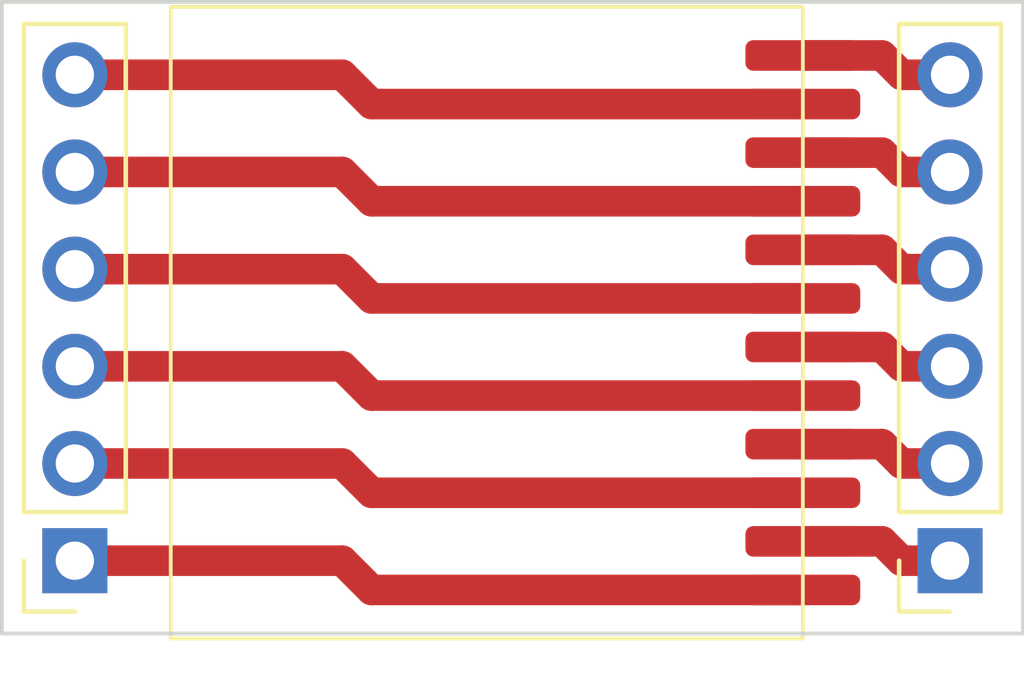
<source format=kicad_pcb>
(kicad_pcb (version 20240108) (generator "pcbnew") (generator_version "8.0")
  (title_block (title "Sx1278 Breakout Board") (date "2024-07-31") (rev "1.0") (company "Leandro Zabala"))
  (layers (0 "F.Cu" signal) (31 "B.Cu" signal) (34 "B.Paste" user) (35 "F.Paste" user) (36 "B.SilkS" user "B.Silkscreen") (37 "F.SilkS" user "F.Silkscreen") (38 "B.Mask" user) (39 "F.Mask" user) (44 "Edge.Cuts" user))
  (net 0 "")
  (net 1 "Net-(J1-Pin_1)")
  (net 2 "Net-(J1-Pin_2)")
  (net 3 "Net-(J1-Pin_3)")
  (net 4 "Net-(J1-Pin_4)")
  (net 5 "Net-(J1-Pin_5)")
  (net 6 "Net-(J1-Pin_6)")
  (net 7 "Net-(J1-Pin_7)")
  (net 8 "Net-(J1-Pin_8)")
  (net 9 "Net-(J1-Pin_9)")
  (net 10 "Net-(J1-Pin_10)")
  (net 11 "Net-(J1-Pin_11)")
  (net 12 "Net-(J1-Pin_12)")
  (footprint "Connector_Edge:Connector_Edgex12x1.27mm" (layer "F.Cu") (at 151.095 115.065)
    (property "Reference" "J1" (hide yes))
    (property "Value" "Conn_01x12_Pin" (hide yes))
    (fp_line (start -16.51 -17.78) (end -16.51 -1.27) (stroke (width 0.1)) (layer "F.SilkS"))
    (fp_line (start -16.51 -1.27) (end 0 -1.27) (stroke (width 0.1)) (layer "F.SilkS"))
    (fp_line (start 0 -17.78) (end -16.51 -17.78) (stroke (width 0.1)) (layer "F.SilkS"))
    (fp_line (start 0 -1.27) (end 0 -17.78) (stroke (width 0.1)) (layer "F.SilkS"))
    (pad "1" smd roundrect (at 0 -2.54) (size 3 0.8) (layers "F.Cu" "F.Paste" "F.Mask") (net 1 "Net-(J1-Pin_1)"))
    (pad "2" smd roundrect (at 0 -3.81) (size 3 0.8) (layers "F.Cu" "F.Paste" "F.Mask") (net 2 "Net-(J1-Pin_2)"))
    (pad "3" smd roundrect (at 0 -5.08) (size 3 0.8) (layers "F.Cu" "F.Paste" "F.Mask") (net 3 "Net-(J1-Pin_3)"))
    (pad "4" smd roundrect (at 0 -6.35) (size 3 0.8) (layers "F.Cu" "F.Paste" "F.Mask") (net 4 "Net-(J1-Pin_4)"))
    (pad "5" smd roundrect (at 0 -7.62) (size 3 0.8) (layers "F.Cu" "F.Paste" "F.Mask") (net 5 "Net-(J1-Pin_5)"))
    (pad "6" smd roundrect (at 0 -8.89) (size 3 0.8) (layers "F.Cu" "F.Paste" "F.Mask") (net 6 "Net-(J1-Pin_6)"))
    (pad "7" smd roundrect (at 0 -10.16) (size 3 0.8) (layers "F.Cu" "F.Paste" "F.Mask") (net 7 "Net-(J1-Pin_7)"))
    (pad "8" smd roundrect (at 0 -11.43) (size 3 0.8) (layers "F.Cu" "F.Paste" "F.Mask") (net 8 "Net-(J1-Pin_8)"))
    (pad "9" smd roundrect (at 0 -12.7) (size 3 0.8) (layers "F.Cu" "F.Paste" "F.Mask") (net 9 "Net-(J1-Pin_9)"))
    (pad "10" smd roundrect (at 0 -13.97) (size 3 0.8) (layers "F.Cu" "F.Paste" "F.Mask") (net 10 "Net-(J1-Pin_10)"))
    (pad "11" smd roundrect (at 0 -15.24) (size 3 0.8) (layers "F.Cu" "F.Paste" "F.Mask") (net 11 "Net-(J1-Pin_11)"))
    (pad "12" smd roundrect (at 0 -16.51) (size 3 0.8) (layers "F.Cu" "F.Paste" "F.Mask") (net 12 "Net-(J1-Pin_12)"))
  )
  (footprint "Connector_PinSocket_2.54mm:PinSocket_1x06_P2.54mm_Vertical" (layer "F.Cu") (at 132.08 111.76 180)
    (property "Reference" "J2" (hide yes))
    (property "Value" "Conn_01x06_Pin" (hide yes))
    (fp_line (start 1.33 1.27) (end 1.33 14.03) (stroke (width 0.12)) (layer "F.SilkS"))
    (fp_line (start 1.33 -1.33) (end 1.33 0) (stroke (width 0.12)) (layer "F.SilkS"))
    (fp_line (start 0 -1.33) (end 1.33 -1.33) (stroke (width 0.12)) (layer "F.SilkS"))
    (fp_line (start -1.33 14.03) (end 1.33 14.03) (stroke (width 0.12)) (layer "F.SilkS"))
    (fp_line (start -1.33 1.27) (end 1.33 1.27) (stroke (width 0.12)) (layer "F.SilkS"))
    (fp_line (start -1.33 1.27) (end -1.33 14.03) (stroke (width 0.12)) (layer "F.SilkS"))
    (pad "1" thru_hole rect (at 0 0 180) (size 1.7 1.7) (drill 1) (layers "*.Cu" "*.Mask") (net 1 "Net-(J1-Pin_1)"))
    (pad "2" thru_hole oval (at 0 2.54 180) (size 1.7 1.7) (drill 1) (layers "*.Cu" "*.Mask") (net 3 "Net-(J1-Pin_3)"))
    (pad "3" thru_hole oval (at 0 5.08 180) (size 1.7 1.7) (drill 1) (layers "*.Cu" "*.Mask") (net 5 "Net-(J1-Pin_5)"))
    (pad "4" thru_hole oval (at 0 7.62 180) (size 1.7 1.7) (drill 1) (layers "*.Cu" "*.Mask") (net 7 "Net-(J1-Pin_7)"))
    (pad "5" thru_hole oval (at 0 10.16 180) (size 1.7 1.7) (drill 1) (layers "*.Cu" "*.Mask") (net 9 "Net-(J1-Pin_9)"))
    (pad "6" thru_hole oval (at 0 12.7 180) (size 1.7 1.7) (drill 1) (layers "*.Cu" "*.Mask") (net 11 "Net-(J1-Pin_11)"))
  )
  (footprint "Connector_PinSocket_2.54mm:PinSocket_1x06_P2.54mm_Vertical" (layer "F.Cu") (at 154.94 111.76 180)
    (property "Reference" "J3" (hide yes))
    (property "Value" "Conn_01x06_Pin" (hide yes))
    (fp_line (start 1.33 1.27) (end 1.33 14.03) (stroke (width 0.12)) (layer "F.SilkS"))
    (fp_line (start 1.33 -1.33) (end 1.33 0) (stroke (width 0.12)) (layer "F.SilkS"))
    (fp_line (start 0 -1.33) (end 1.33 -1.33) (stroke (width 0.12)) (layer "F.SilkS"))
    (fp_line (start -1.33 14.03) (end 1.33 14.03) (stroke (width 0.12)) (layer "F.SilkS"))
    (fp_line (start -1.33 1.27) (end 1.33 1.27) (stroke (width 0.12)) (layer "F.SilkS"))
    (fp_line (start -1.33 1.27) (end -1.33 14.03) (stroke (width 0.12)) (layer "F.SilkS"))
    (pad "1" thru_hole rect (at 0 0 180) (size 1.7 1.7) (drill 1) (layers "*.Cu" "*.Mask") (net 2 "Net-(J1-Pin_2)"))
    (pad "2" thru_hole oval (at 0 2.54 180) (size 1.7 1.7) (drill 1) (layers "*.Cu" "*.Mask") (net 4 "Net-(J1-Pin_4)"))
    (pad "3" thru_hole oval (at 0 5.08 180) (size 1.7 1.7) (drill 1) (layers "*.Cu" "*.Mask") (net 6 "Net-(J1-Pin_6)"))
    (pad "4" thru_hole oval (at 0 7.62 180) (size 1.7 1.7) (drill 1) (layers "*.Cu" "*.Mask") (net 8 "Net-(J1-Pin_8)"))
    (pad "5" thru_hole oval (at 0 10.16 180) (size 1.7 1.7) (drill 1) (layers "*.Cu" "*.Mask") (net 10 "Net-(J1-Pin_10)"))
    (pad "6" thru_hole oval (at 0 12.7 180) (size 1.7 1.7) (drill 1) (layers "*.Cu" "*.Mask") (net 12 "Net-(J1-Pin_12)"))
  )
  (gr_line (start 130.175 113.665) (end 130.175 97.155) (stroke (width 0.1)) (layer "Edge.Cuts"))
  (gr_line (start 156.845 113.665) (end 130.175 113.665) (stroke (width 0.1)) (layer "Edge.Cuts"))
  (gr_line (start 156.845 97.155) (end 156.845 113.665) (stroke (width 0.1)) (layer "Edge.Cuts"))
  (gr_line (start 130.175 97.155) (end 156.845 97.155) (stroke (width 0.1)) (layer "Edge.Cuts"))
  (segment (start 139.83 112.525) (end 151.095 112.525) (width 0.8) (layer "F.Cu") (net 1))
  (segment (start 139.065 111.76) (end 139.83 112.525) (width 0.8) (layer "F.Cu") (net 1))
  (segment (start 132.08 111.76) (end 139.065 111.76) (width 0.8) (layer "F.Cu") (net 1))
  (segment (start 153.165 111.255) (end 151.095 111.255) (width 0.8) (layer "F.Cu") (net 2))
  (segment (start 153.67 111.76) (end 153.165 111.255) (width 0.8) (layer "F.Cu") (net 2))
  (segment (start 154.94 111.76) (end 153.67 111.76) (width 0.8) (layer "F.Cu") (net 2))
  (segment (start 139.065 109.22) (end 139.83 109.985) (width 0.8) (layer "F.Cu") (net 3))
  (segment (start 132.08 109.22) (end 139.065 109.22) (width 0.8) (layer "F.Cu") (net 3))
  (segment (start 139.83 109.985) (end 151.095 109.985) (width 0.8) (layer "F.Cu") (net 3))
  (segment (start 153.67 109.22) (end 153.165 108.715) (width 0.8) (layer "F.Cu") (net 4))
  (segment (start 154.94 109.22) (end 153.67 109.22) (width 0.8) (layer "F.Cu") (net 4))
  (segment (start 153.165 108.715) (end 151.095 108.715) (width 0.8) (layer "F.Cu") (net 4))
  (segment (start 139.83 107.445) (end 151.095 107.445) (width 0.8) (layer "F.Cu") (net 5))
  (segment (start 132.08 106.68) (end 139.065 106.68) (width 0.8) (layer "F.Cu") (net 5))
  (segment (start 139.065 106.68) (end 139.83 107.445) (width 0.8) (layer "F.Cu") (net 5))
  (segment (start 153.67 106.68) (end 153.165 106.175) (width 0.8) (layer "F.Cu") (net 6))
  (segment (start 153.165 106.175) (end 151.095 106.175) (width 0.8) (layer "F.Cu") (net 6))
  (segment (start 154.94 106.68) (end 153.67 106.68) (width 0.8) (layer "F.Cu") (net 6))
  (segment (start 139.83 104.905) (end 151.095 104.905) (width 0.8) (layer "F.Cu") (net 7))
  (segment (start 132.08 104.14) (end 139.065 104.14) (width 0.8) (layer "F.Cu") (net 7))
  (segment (start 139.065 104.14) (end 139.83 104.905) (width 0.8) (layer "F.Cu") (net 7))
  (segment (start 153.67 104.14) (end 153.165 103.635) (width 0.8) (layer "F.Cu") (net 8))
  (segment (start 154.94 104.14) (end 153.67 104.14) (width 0.8) (layer "F.Cu") (net 8))
  (segment (start 153.165 103.635) (end 151.095 103.635) (width 0.8) (layer "F.Cu") (net 8))
  (segment (start 139.83 102.365) (end 151.095 102.365) (width 0.8) (layer "F.Cu") (net 9))
  (segment (start 132.08 101.6) (end 139.065 101.6) (width 0.8) (layer "F.Cu") (net 9))
  (segment (start 139.065 101.6) (end 139.83 102.365) (width 0.8) (layer "F.Cu") (net 9))
  (segment (start 153.67 101.6) (end 153.165 101.095) (width 0.8) (layer "F.Cu") (net 10))
  (segment (start 153.165 101.095) (end 151.095 101.095) (width 0.8) (layer "F.Cu") (net 10))
  (segment (start 154.94 101.6) (end 153.67 101.6) (width 0.8) (layer "F.Cu") (net 10))
  (segment (start 139.83 99.825) (end 151.095 99.825) (width 0.8) (layer "F.Cu") (net 11))
  (segment (start 132.08 99.06) (end 139.065 99.06) (width 0.8) (layer "F.Cu") (net 11))
  (segment (start 139.065 99.06) (end 139.83 99.825) (width 0.8) (layer "F.Cu") (net 11))
  (segment (start 154.94 99.06) (end 153.67 99.06) (width 0.8) (layer "F.Cu") (net 12))
  (segment (start 153.67 99.06) (end 153.165 98.555) (width 0.8) (layer "F.Cu") (net 12))
  (segment (start 153.165 98.555) (end 151.095 98.555) (width 0.8) (layer "F.Cu") (net 12))
)
</source>
